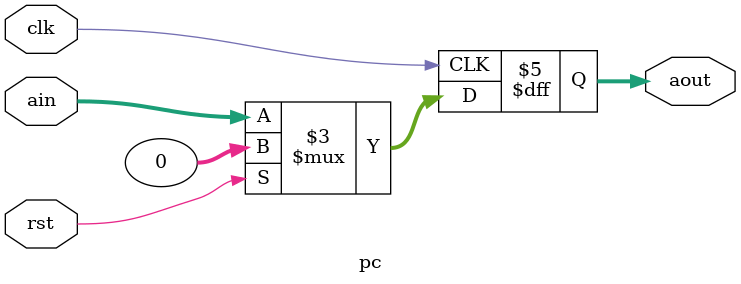
<source format=v>
module pc(
clk,
ain,
rst,
aout);
//inputs
input clk;
input rst;
input [31:0] ain;
//outputs
output reg [31:0] aout;



always @(posedge clk) begin
	if(rst)
		aout <= 0;
	else
		aout <= ain;
	
end
endmodule

</source>
